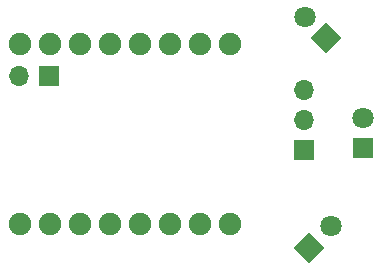
<source format=gbr>
%TF.GenerationSoftware,KiCad,Pcbnew,8.0.2*%
%TF.CreationDate,2024-08-15T08:28:16+02:00*%
%TF.ProjectId,ir-blaster,69722d62-6c61-4737-9465-722e6b696361,rev?*%
%TF.SameCoordinates,Original*%
%TF.FileFunction,Soldermask,Bot*%
%TF.FilePolarity,Negative*%
%FSLAX46Y46*%
G04 Gerber Fmt 4.6, Leading zero omitted, Abs format (unit mm)*
G04 Created by KiCad (PCBNEW 8.0.2) date 2024-08-15 08:28:16*
%MOMM*%
%LPD*%
G01*
G04 APERTURE LIST*
G04 Aperture macros list*
%AMRotRect*
0 Rectangle, with rotation*
0 The origin of the aperture is its center*
0 $1 length*
0 $2 width*
0 $3 Rotation angle, in degrees counterclockwise*
0 Add horizontal line*
21,1,$1,$2,0,0,$3*%
G04 Aperture macros list end*
%ADD10R,1.700000X1.700000*%
%ADD11O,1.700000X1.700000*%
%ADD12R,1.800000X1.800000*%
%ADD13C,1.800000*%
%ADD14RotRect,1.800000X1.800000X135.000000*%
%ADD15C,1.904000*%
%ADD16RotRect,1.800000X1.800000X45.000000*%
G04 APERTURE END LIST*
D10*
%TO.C,J2*%
X79970000Y-44050000D03*
D11*
X79970000Y-41510000D03*
X79970000Y-38970000D03*
%TD*%
D12*
%TO.C,D2*%
X84960000Y-43855000D03*
D13*
X84960000Y-41315000D03*
%TD*%
D14*
%TO.C,D1*%
X81821561Y-34591561D03*
D13*
X80025510Y-32795510D03*
%TD*%
D15*
%TO.C,U1*%
X73730000Y-35090000D03*
X71190000Y-35090000D03*
X68650000Y-35090000D03*
X66110000Y-35090000D03*
X61030000Y-35090000D03*
X63570000Y-35090000D03*
X55950000Y-50330000D03*
X55950000Y-35090000D03*
X58490000Y-50330000D03*
X61030000Y-50330000D03*
X63570000Y-50330000D03*
X66110000Y-50330000D03*
X68650000Y-50330000D03*
X71190000Y-50330000D03*
X73730000Y-50330000D03*
X58490000Y-35090000D03*
%TD*%
D16*
%TO.C,D3*%
X80418439Y-52311562D03*
D13*
X82214490Y-50515511D03*
%TD*%
D10*
%TO.C,J1*%
X58415000Y-37815000D03*
D11*
X55875000Y-37815000D03*
%TD*%
M02*

</source>
